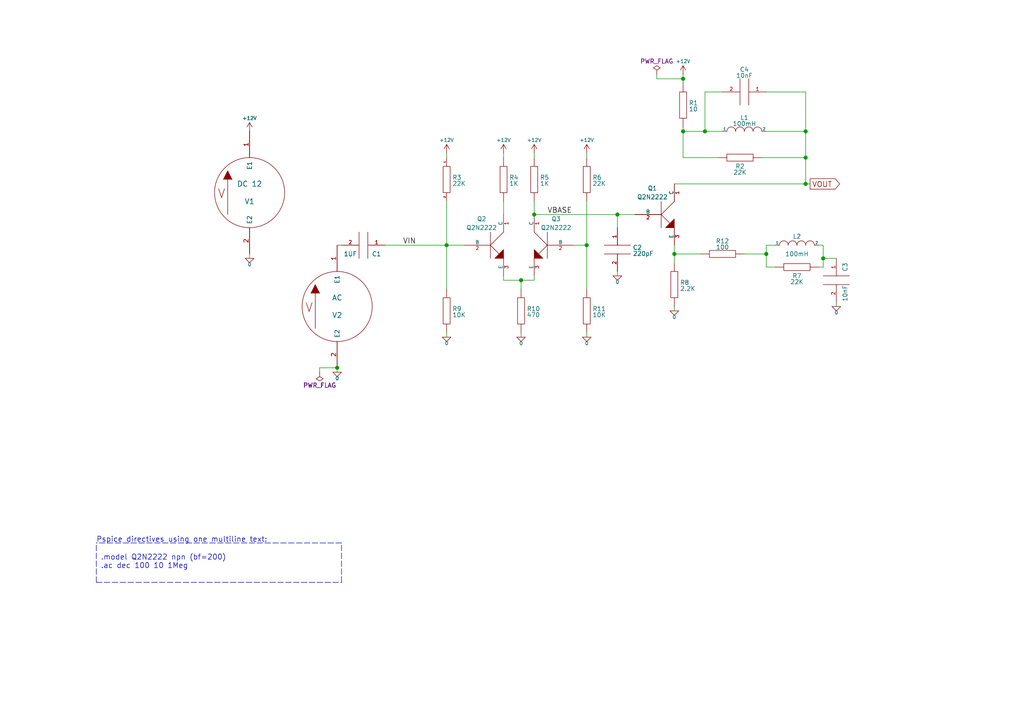
<source format=kicad_sch>
(kicad_sch (version 20230121) (generator eeschema)

  (uuid a4349b77-fc13-4b06-b73d-e811f055a7b6)

  (paper "A4")

  (title_block
    (date "Sun 22 Mar 2015")
  )

  (lib_symbols
    (symbol "R_1" (pin_names (offset 0) hide) (in_bom yes) (on_board yes)
      (property "Reference" "R" (at 2.032 0 90)
        (effects (font (size 1.27 1.27)))
      )
      (property "Value" "R_1" (at 0 0 90)
        (effects (font (size 1.27 1.27)))
      )
      (property "Footprint" "" (at 0 0 0)
        (effects (font (size 1.27 1.27)))
      )
      (property "Datasheet" "" (at 0 0 0)
        (effects (font (size 1.27 1.27)))
      )
      (property "ki_keywords" "R DEV" (at 0 0 0)
        (effects (font (size 1.27 1.27)) hide)
      )
      (property "ki_description" "Resistance" (at 0 0 0)
        (effects (font (size 1.27 1.27)) hide)
      )
      (symbol "R_1_0_1"
        (rectangle (start -1.016 3.81) (end 1.016 -3.81)
          (stroke (width 0) (type default))
          (fill (type none))
        )
      )
      (symbol "R_1_1_1"
        (pin passive line (at 0 6.35 270) (length 2.54)
          (name "1" (effects (font (size 0.508 0.508))))
          (number "1" (effects (font (size 0.508 0.508))))
        )
        (pin passive line (at 0 -6.35 90) (length 2.54)
          (name "2" (effects (font (size 0.508 0.508))))
          (number "2" (effects (font (size 0.508 0.508))))
        )
      )
    )
    (symbol "schematic_libspice:+12V" (power) (pin_names (offset 0)) (in_bom yes) (on_board yes)
      (property "Reference" "#PWR" (at 0 -3.81 0)
        (effects (font (size 1.27 1.27)) hide)
      )
      (property "Value" "+12V" (at 0 3.556 0)
        (effects (font (size 1.27 1.27)))
      )
      (property "Footprint" "" (at 0 0 0)
        (effects (font (size 1.27 1.27)) hide)
      )
      (property "Datasheet" "" (at 0 0 0)
        (effects (font (size 1.27 1.27)) hide)
      )
      (property "ki_keywords" "Power Flag Symbol" (at 0 0 0)
        (effects (font (size 1.27 1.27)) hide)
      )
      (property "ki_description" "power-flag symbol" (at 0 0 0)
        (effects (font (size 1.27 1.27)) hide)
      )
      (symbol "+12V_0_1"
        (polyline
          (pts
            (xy -0.762 1.27)
            (xy 0 2.54)
          )
          (stroke (width 0) (type default))
          (fill (type none))
        )
        (polyline
          (pts
            (xy 0 0)
            (xy 0 2.54)
          )
          (stroke (width 0) (type default))
          (fill (type none))
        )
        (polyline
          (pts
            (xy 0 2.54)
            (xy 0.762 1.27)
          )
          (stroke (width 0) (type default))
          (fill (type none))
        )
      )
      (symbol "+12V_1_1"
        (pin power_in line (at 0 0 90) (length 0) hide
          (name "+12V" (effects (font (size 1.27 1.27))))
          (number "1" (effects (font (size 1.27 1.27))))
        )
      )
    )
    (symbol "schematic_libspice:0" (power) (pin_names (offset 0)) (in_bom yes) (on_board yes)
      (property "Reference" "#GND" (at 0 -2.54 0)
        (effects (font (size 1.27 1.27)) hide)
      )
      (property "Value" "0" (at 0 -1.778 0)
        (effects (font (size 1.27 1.27)))
      )
      (property "Footprint" "" (at 0 0 0)
        (effects (font (size 1.27 1.27)))
      )
      (property "Datasheet" "" (at 0 0 0)
        (effects (font (size 1.27 1.27)))
      )
      (symbol "0_0_1"
        (polyline
          (pts
            (xy -1.27 0)
            (xy 0 -1.27)
            (xy 1.27 0)
            (xy -1.27 0)
          )
          (stroke (width 0) (type default))
          (fill (type none))
        )
      )
      (symbol "0_1_1"
        (pin power_in line (at 0 0 0) (length 0) hide
          (name "0" (effects (font (size 1.016 1.016))))
          (number "1" (effects (font (size 1.016 1.016))))
        )
      )
    )
    (symbol "schematic_libspice:C" (pin_names (offset 0.254)) (in_bom yes) (on_board yes)
      (property "Reference" "C" (at 2.54 3.81 90)
        (effects (font (size 1.27 1.27)))
      )
      (property "Value" "C" (at 2.54 -3.81 90)
        (effects (font (size 1.27 1.27)))
      )
      (property "Footprint" "" (at 0 0 0)
        (effects (font (size 1.27 1.27)))
      )
      (property "Datasheet" "" (at 0 0 0)
        (effects (font (size 1.27 1.27)))
      )
      (symbol "C_0_1"
        (polyline
          (pts
            (xy -3.81 -1.27)
            (xy 3.81 -1.27)
          )
          (stroke (width 0) (type default))
          (fill (type none))
        )
        (polyline
          (pts
            (xy -3.81 1.27)
            (xy 3.81 1.27)
          )
          (stroke (width 0) (type default))
          (fill (type none))
        )
      )
      (symbol "C_1_1"
        (pin passive line (at 0 6.35 270) (length 5.08)
          (name "~" (effects (font (size 1.016 1.016))))
          (number "1" (effects (font (size 1.016 1.016))))
        )
        (pin passive line (at 0 -6.35 90) (length 5.08)
          (name "~" (effects (font (size 1.016 1.016))))
          (number "2" (effects (font (size 1.016 1.016))))
        )
      )
    )
    (symbol "schematic_libspice:CAP" (pin_names (offset 0.254)) (in_bom yes) (on_board yes)
      (property "Reference" "C" (at 2.54 3.81 90)
        (effects (font (size 1.27 1.27)))
      )
      (property "Value" "CAP" (at 2.54 -3.81 90)
        (effects (font (size 1.27 1.27)))
      )
      (property "Footprint" "" (at 0 0 0)
        (effects (font (size 1.27 1.27)))
      )
      (property "Datasheet" "" (at 0 0 0)
        (effects (font (size 1.27 1.27)))
      )
      (symbol "CAP_0_1"
        (polyline
          (pts
            (xy -3.81 -1.27)
            (xy 3.81 -1.27)
          )
          (stroke (width 0) (type default))
          (fill (type none))
        )
        (polyline
          (pts
            (xy -3.81 1.27)
            (xy 3.81 1.27)
          )
          (stroke (width 0) (type default))
          (fill (type none))
        )
      )
      (symbol "CAP_1_1"
        (pin passive line (at 0 6.35 270) (length 5.08)
          (name "~" (effects (font (size 1.016 1.016))))
          (number "1" (effects (font (size 1.016 1.016))))
        )
        (pin passive line (at 0 -6.35 90) (length 5.08)
          (name "~" (effects (font (size 1.016 1.016))))
          (number "2" (effects (font (size 1.016 1.016))))
        )
      )
    )
    (symbol "schematic_libspice:INDUCTOR" (pin_numbers hide) (pin_names (offset 0)) (in_bom yes) (on_board yes)
      (property "Reference" "L" (at 0 2.54 0)
        (effects (font (size 1.27 1.27)))
      )
      (property "Value" "INDUCTOR" (at 0 -1.27 0)
        (effects (font (size 1.27 1.27)))
      )
      (property "Footprint" "" (at 0 0 0)
        (effects (font (size 1.27 1.27)))
      )
      (property "Datasheet" "" (at 0 0 0)
        (effects (font (size 1.27 1.27)))
      )
      (symbol "INDUCTOR_0_1"
        (arc (start -2.54 0) (mid -3.81 1.2645) (end -5.08 0)
          (stroke (width 0) (type default))
          (fill (type none))
        )
        (arc (start 0 0) (mid -1.27 1.2645) (end -2.54 0)
          (stroke (width 0) (type default))
          (fill (type none))
        )
        (arc (start 2.54 0) (mid 1.27 1.2645) (end 0 0)
          (stroke (width 0) (type default))
          (fill (type none))
        )
        (arc (start 5.08 0) (mid 3.81 1.2645) (end 2.54 0)
          (stroke (width 0) (type default))
          (fill (type none))
        )
      )
      (symbol "INDUCTOR_1_1"
        (pin input line (at -6.35 0 0) (length 1.27)
          (name "1" (effects (font (size 0.762 0.762))))
          (number "1" (effects (font (size 0.762 0.762))))
        )
        (pin input line (at 6.35 0 180) (length 1.27)
          (name "2" (effects (font (size 0.762 0.762))))
          (number "2" (effects (font (size 0.762 0.762))))
        )
      )
    )
    (symbol "schematic_libspice:PWR_FLAG" (power) (pin_numbers hide) (pin_names (offset 0) hide) (in_bom yes) (on_board yes)
      (property "Reference" "#FLG" (at 0 1.905 0)
        (effects (font (size 1.27 1.27)) hide)
      )
      (property "Value" "PWR_FLAG" (at 0 3.81 0)
        (effects (font (size 1.016 1.016)))
      )
      (property "Footprint" "" (at 0 0 0)
        (effects (font (size 1.27 1.27)) hide)
      )
      (property "Datasheet" "" (at 0 0 0)
        (effects (font (size 1.27 1.27)) hide)
      )
      (property "ki_keywords" "Power Flag Symbol" (at 0 0 0)
        (effects (font (size 1.27 1.27)) hide)
      )
      (property "ki_description" "general power-flag symbol" (at 0 0 0)
        (effects (font (size 1.27 1.27)) hide)
      )
      (symbol "PWR_FLAG_0_0"
        (pin power_out line (at 0 0 90) (length 0)
          (name "pwr" (effects (font (size 1.27 1.27))))
          (number "1" (effects (font (size 1.27 1.27))))
        )
      )
      (symbol "PWR_FLAG_0_1"
        (polyline
          (pts
            (xy 0 0)
            (xy 0 1.27)
            (xy -1.016 1.905)
            (xy 0 2.54)
            (xy 1.016 1.905)
            (xy 0 1.27)
          )
          (stroke (width 0) (type default))
          (fill (type none))
        )
      )
    )
    (symbol "schematic_libspice:QNPN" (pin_names (offset 0)) (in_bom yes) (on_board yes)
      (property "Reference" "Q" (at -2.54 7.62 0)
        (effects (font (size 1.27 1.27)))
      )
      (property "Value" "QNPN" (at -2.54 5.08 0)
        (effects (font (size 1.27 1.27)))
      )
      (property "Footprint" "" (at 0 0 0)
        (effects (font (size 1.27 1.27)))
      )
      (property "Datasheet" "" (at 0 0 0)
        (effects (font (size 1.27 1.27)))
      )
      (symbol "QNPN_0_0"
        (polyline
          (pts
            (xy 0 0)
            (xy 3.81 -3.81)
          )
          (stroke (width 0) (type default))
          (fill (type none))
        )
        (polyline
          (pts
            (xy 3.81 -3.81)
            (xy 3.81 -1.27)
            (xy 1.27 -3.81)
            (xy 3.81 -3.81)
          )
          (stroke (width 0) (type default))
          (fill (type outline))
        )
      )
      (symbol "QNPN_0_1"
        (polyline
          (pts
            (xy 0 -3.81)
            (xy 0 3.81)
          )
          (stroke (width 0) (type default))
          (fill (type none))
        )
        (polyline
          (pts
            (xy 0 0)
            (xy 3.81 3.81)
          )
          (stroke (width 0) (type default))
          (fill (type none))
        )
      )
      (symbol "QNPN_1_1"
        (pin passive line (at 3.81 8.89 270) (length 5.08)
          (name "C" (effects (font (size 1.016 1.016))))
          (number "1" (effects (font (size 1.016 1.016))))
        )
        (pin input line (at -7.62 0 0) (length 7.62)
          (name "B" (effects (font (size 1.016 1.016))))
          (number "2" (effects (font (size 1.016 1.016))))
        )
        (pin passive line (at 3.81 -8.89 90) (length 5.08)
          (name "E" (effects (font (size 1.016 1.016))))
          (number "3" (effects (font (size 1.016 1.016))))
        )
      )
    )
    (symbol "schematic_libspice:R" (pin_numbers hide) (pin_names (offset 0)) (in_bom yes) (on_board yes)
      (property "Reference" "R" (at 2.032 0 90)
        (effects (font (size 1.27 1.27)))
      )
      (property "Value" "R" (at 0 0 90)
        (effects (font (size 1.27 1.27)))
      )
      (property "Footprint" "" (at 0 0 0)
        (effects (font (size 1.27 1.27)))
      )
      (property "Datasheet" "" (at 0 0 0)
        (effects (font (size 1.27 1.27)))
      )
      (property "ki_keywords" "R DEV" (at 0 0 0)
        (effects (font (size 1.27 1.27)) hide)
      )
      (property "ki_description" "Resistance" (at 0 0 0)
        (effects (font (size 1.27 1.27)) hide)
      )
      (symbol "R_0_1"
        (rectangle (start -1.016 3.81) (end 1.016 -3.81)
          (stroke (width 0) (type default))
          (fill (type none))
        )
      )
      (symbol "R_1_1"
        (pin passive line (at 0 6.35 270) (length 2.54)
          (name "~" (effects (font (size 1.27 1.27))))
          (number "1" (effects (font (size 1.27 1.27))))
        )
        (pin passive line (at 0 -6.35 90) (length 2.54)
          (name "~" (effects (font (size 1.27 1.27))))
          (number "2" (effects (font (size 1.27 1.27))))
        )
      )
    )
    (symbol "schematic_libspice:VSOURCE" (pin_names (offset 1.016)) (in_bom yes) (on_board yes)
      (property "Reference" "V" (at 0 -2.54 0)
        (effects (font (size 1.27 1.27)))
      )
      (property "Value" "VSOURCE" (at 0 2.54 0)
        (effects (font (size 1.27 1.27)))
      )
      (property "Footprint" "" (at 0 0 0)
        (effects (font (size 1.27 1.27)))
      )
      (property "Datasheet" "" (at 0 0 0)
        (effects (font (size 1.27 1.27)))
      )
      (symbol "VSOURCE_0_1"
        (polyline
          (pts
            (xy -6.35 -6.35)
            (xy -6.35 3.81)
          )
          (stroke (width 0) (type default))
          (fill (type outline))
        )
        (polyline
          (pts
            (xy -7.62 3.81)
            (xy -6.35 6.35)
            (xy -5.08 3.81)
          )
          (stroke (width 0) (type default))
          (fill (type outline))
        )
        (circle (center 0 0) (radius 10.16)
          (stroke (width 0) (type default))
          (fill (type none))
        )
        (text "V" (at -8.128 -0.254 0)
          (effects (font (size 2.54 2.54)))
        )
      )
      (symbol "VSOURCE_1_1"
        (pin input line (at 0 17.78 270) (length 7.62)
          (name "E1" (effects (font (size 1.27 1.27))))
          (number "1" (effects (font (size 1.27 1.27))))
        )
        (pin input line (at 0 -17.78 90) (length 7.62)
          (name "E2" (effects (font (size 1.27 1.27))))
          (number "2" (effects (font (size 1.27 1.27))))
        )
      )
    )
  )

  (junction (at 198.12 38.1) (diameter 1.016) (color 0 0 0 0)
    (uuid 0edf6470-549b-44ec-8580-aed26e3895a4)
  )
  (junction (at 154.94 62.23) (diameter 1.016) (color 0 0 0 0)
    (uuid 183b69a4-71df-426f-98fe-7e14f568abeb)
  )
  (junction (at 233.68 45.72) (diameter 1.016) (color 0 0 0 0)
    (uuid 1d07f4d9-d312-4a6e-9414-0414dd779fae)
  )
  (junction (at 170.18 71.12) (diameter 1.016) (color 0 0 0 0)
    (uuid 22750f8f-2937-49d7-a5f7-8ccfd3f8fcae)
  )
  (junction (at 179.07 62.23) (diameter 1.016) (color 0 0 0 0)
    (uuid 22d9505d-cda6-4ca1-a3b0-e506fec97360)
  )
  (junction (at 151.13 81.28) (diameter 1.016) (color 0 0 0 0)
    (uuid 35ad89ad-a76b-4825-8765-a856575785a6)
  )
  (junction (at 97.79 106.68) (diameter 1.016) (color 0 0 0 0)
    (uuid 449e6f51-8401-495c-81b5-a85b99a008cd)
  )
  (junction (at 195.58 73.66) (diameter 1.016) (color 0 0 0 0)
    (uuid 6540045c-2443-4539-aa01-1a6ac32d4406)
  )
  (junction (at 238.76 74.93) (diameter 1.016) (color 0 0 0 0)
    (uuid 67e920fc-ea7e-4b44-aa3c-c4246715154b)
  )
  (junction (at 198.12 22.86) (diameter 1.016) (color 0 0 0 0)
    (uuid 6de461b9-d926-4cf7-9cdf-2c08c8e357c5)
  )
  (junction (at 233.68 38.1) (diameter 1.016) (color 0 0 0 0)
    (uuid 7002dbe4-4a90-4883-a83e-6a98dd9cd991)
  )
  (junction (at 233.68 53.34) (diameter 1.016) (color 0 0 0 0)
    (uuid 71781fcd-35bb-4d20-97a7-ac29306b71bb)
  )
  (junction (at 204.47 38.1) (diameter 1.016) (color 0 0 0 0)
    (uuid 8a07bb01-76be-4896-907b-af1aab974231)
  )
  (junction (at 129.54 71.12) (diameter 1.016) (color 0 0 0 0)
    (uuid 8cbc3e9b-292e-4738-9f02-af9406c286d5)
  )
  (junction (at 222.25 73.66) (diameter 1.016) (color 0 0 0 0)
    (uuid efa2d73f-a5e0-44c0-a359-ea97fc8fe856)
  )

  (wire (pts (xy 72.39 73.66) (xy 72.39 74.93))
    (stroke (width 0) (type solid))
    (uuid 071196ed-da27-476a-a0cf-3f333ddfd057)
  )
  (wire (pts (xy 179.07 62.23) (xy 184.15 62.23))
    (stroke (width 0) (type solid))
    (uuid 09bebe20-6451-4669-930b-103dc0b2dba7)
  )
  (wire (pts (xy 222.25 71.12) (xy 222.25 73.66))
    (stroke (width 0) (type solid))
    (uuid 0a9580d0-fb1d-493f-8418-362377bd6c27)
  )
  (wire (pts (xy 170.18 97.79) (xy 170.18 96.52))
    (stroke (width 0) (type solid))
    (uuid 0e50f3ba-e5cc-4d6b-b8e3-78f02877acdf)
  )
  (wire (pts (xy 198.12 21.59) (xy 198.12 22.86))
    (stroke (width 0) (type solid))
    (uuid 10b3fb20-f1b1-41e1-bc98-d8baf6bdfbf7)
  )
  (wire (pts (xy 170.18 58.42) (xy 170.18 71.12))
    (stroke (width 0) (type solid))
    (uuid 13fe4cc2-4713-4347-9b0a-871a110c08a0)
  )
  (wire (pts (xy 203.2 73.66) (xy 195.58 73.66))
    (stroke (width 0) (type solid))
    (uuid 159502ba-ba35-4215-adec-cbc57b77a603)
  )
  (wire (pts (xy 195.58 53.34) (xy 233.68 53.34))
    (stroke (width 0) (type solid))
    (uuid 15cdf902-fcf7-4d94-81fd-fe0d44e72b0a)
  )
  (wire (pts (xy 129.54 96.52) (xy 129.54 97.79))
    (stroke (width 0) (type solid))
    (uuid 19ce079a-4c44-4644-b081-7350c3495124)
  )
  (wire (pts (xy 209.55 26.67) (xy 204.47 26.67))
    (stroke (width 0) (type solid))
    (uuid 1cdc01c2-befd-471e-8b57-cdc9df67de88)
  )
  (wire (pts (xy 198.12 38.1) (xy 204.47 38.1))
    (stroke (width 0) (type solid))
    (uuid 1ec5926f-5b51-4547-a7ec-ec7ed2be78ff)
  )
  (wire (pts (xy 198.12 38.1) (xy 198.12 45.72))
    (stroke (width 0) (type solid))
    (uuid 26a03db4-b059-4949-b9f1-8c63144d6f3b)
  )
  (wire (pts (xy 233.68 38.1) (xy 233.68 45.72))
    (stroke (width 0) (type solid))
    (uuid 27bfd999-856a-497e-a936-d36ce0ecf13d)
  )
  (wire (pts (xy 222.25 73.66) (xy 222.25 77.47))
    (stroke (width 0) (type solid))
    (uuid 2a7e384c-184c-4628-9590-707e283287c6)
  )
  (wire (pts (xy 238.76 77.47) (xy 237.49 77.47))
    (stroke (width 0) (type solid))
    (uuid 2c0b3dd4-4daf-4853-95db-20c17416783f)
  )
  (polyline (pts (xy 99.06 168.91) (xy 99.06 157.48))
    (stroke (width 0) (type dash))
    (uuid 2e31f3a3-23f8-436c-9fb5-14bc2bf079dd)
  )

  (wire (pts (xy 97.79 106.68) (xy 97.79 107.95))
    (stroke (width 0) (type solid))
    (uuid 2ff59997-dc99-4f9e-b240-027ee32648f7)
  )
  (wire (pts (xy 233.68 45.72) (xy 233.68 53.34))
    (stroke (width 0) (type solid))
    (uuid 37af9d9d-d86e-44fc-98ef-766e8173dea6)
  )
  (wire (pts (xy 97.79 106.68) (xy 92.71 106.68))
    (stroke (width 0) (type solid))
    (uuid 426ad71a-f537-4340-9d17-bd6976ea42cb)
  )
  (wire (pts (xy 242.57 88.9) (xy 242.57 87.63))
    (stroke (width 0) (type solid))
    (uuid 5074d293-d86d-4407-bb3a-708ce04125b6)
  )
  (wire (pts (xy 154.94 44.45) (xy 154.94 45.72))
    (stroke (width 0) (type solid))
    (uuid 52d2bcba-3657-42da-9d11-dc00adcfd0d3)
  )
  (wire (pts (xy 151.13 81.28) (xy 154.94 81.28))
    (stroke (width 0) (type solid))
    (uuid 52f8accb-4789-4357-96dc-45bd561d3c02)
  )
  (wire (pts (xy 146.05 81.28) (xy 151.13 81.28))
    (stroke (width 0) (type solid))
    (uuid 53963efc-60de-45d6-bb9b-93593840202d)
  )
  (wire (pts (xy 170.18 71.12) (xy 170.18 83.82))
    (stroke (width 0) (type solid))
    (uuid 5646c709-63d8-410d-92fe-a8fd34175e64)
  )
  (wire (pts (xy 215.9 73.66) (xy 222.25 73.66))
    (stroke (width 0) (type solid))
    (uuid 59b6b2e3-00a7-424d-a0eb-79c6d3d57be8)
  )
  (wire (pts (xy 204.47 38.1) (xy 209.55 38.1))
    (stroke (width 0) (type solid))
    (uuid 59bd3a54-91fe-4263-a0b2-81bf575707e3)
  )
  (wire (pts (xy 195.58 90.17) (xy 195.58 88.9))
    (stroke (width 0) (type solid))
    (uuid 5b7f89ab-b381-407e-b6c0-fc629dbd5d7b)
  )
  (wire (pts (xy 198.12 22.86) (xy 190.5 22.86))
    (stroke (width 0) (type solid))
    (uuid 5bbfe2bd-e027-4468-a075-692ad4873bd8)
  )
  (wire (pts (xy 154.94 81.28) (xy 154.94 80.01))
    (stroke (width 0) (type solid))
    (uuid 5bdf9160-bb4d-49f7-b6a3-8547979f467b)
  )
  (wire (pts (xy 198.12 22.86) (xy 198.12 24.13))
    (stroke (width 0) (type solid))
    (uuid 5be36789-f7a0-4fdf-8e4d-51a97723f2a8)
  )
  (wire (pts (xy 222.25 26.67) (xy 233.68 26.67))
    (stroke (width 0) (type solid))
    (uuid 64ad3867-9129-4101-b945-1b67e3c20007)
  )
  (wire (pts (xy 195.58 71.12) (xy 195.58 73.66))
    (stroke (width 0) (type solid))
    (uuid 64c85fcd-8a67-490e-a107-403b9c72f66d)
  )
  (wire (pts (xy 99.06 71.12) (xy 97.79 71.12))
    (stroke (width 0) (type solid))
    (uuid 67ca520c-b1f7-4ec4-aeed-eef936981578)
  )
  (wire (pts (xy 151.13 81.28) (xy 151.13 83.82))
    (stroke (width 0) (type solid))
    (uuid 6e1bf9e2-bb2f-4c1f-8fdb-721f4668854f)
  )
  (wire (pts (xy 222.25 77.47) (xy 224.79 77.47))
    (stroke (width 0) (type solid))
    (uuid 751438cf-fa1b-432b-aa2c-784b3f67336b)
  )
  (wire (pts (xy 92.71 106.68) (xy 92.71 107.95))
    (stroke (width 0) (type solid))
    (uuid 7fc661e7-01ba-4f88-9114-d133e8f16294)
  )
  (polyline (pts (xy 99.06 157.48) (xy 27.94 157.48))
    (stroke (width 0) (type dash))
    (uuid 8cde6390-70af-47c6-9b19-869ffd9efef2)
  )

  (wire (pts (xy 237.49 71.12) (xy 238.76 71.12))
    (stroke (width 0) (type solid))
    (uuid 942325ec-633f-48d4-b3d3-1e46a05f980e)
  )
  (wire (pts (xy 129.54 71.12) (xy 129.54 83.82))
    (stroke (width 0) (type solid))
    (uuid 967b0626-97a8-44ae-beb9-81dad09187c1)
  )
  (wire (pts (xy 233.68 38.1) (xy 222.25 38.1))
    (stroke (width 0) (type solid))
    (uuid 97781c41-7f58-4dc8-94a8-008f88be770f)
  )
  (wire (pts (xy 190.5 22.86) (xy 190.5 21.59))
    (stroke (width 0) (type solid))
    (uuid 9f7315bf-8633-4c29-9446-76d27ad7a29c)
  )
  (wire (pts (xy 111.76 71.12) (xy 129.54 71.12))
    (stroke (width 0) (type solid))
    (uuid a3e3cef2-4a3e-4e83-bc7e-bd16ec34782d)
  )
  (wire (pts (xy 195.58 73.66) (xy 195.58 76.2))
    (stroke (width 0) (type solid))
    (uuid a6af4aa0-3b72-4a54-a061-21e658ddd145)
  )
  (wire (pts (xy 170.18 44.45) (xy 170.18 45.72))
    (stroke (width 0) (type solid))
    (uuid acf74d69-0dc8-4169-8b3f-fc0f4a02302d)
  )
  (wire (pts (xy 151.13 96.52) (xy 151.13 97.79))
    (stroke (width 0) (type solid))
    (uuid afb8f4ab-61a7-4a8e-b661-88e8cf32bddd)
  )
  (wire (pts (xy 146.05 62.23) (xy 146.05 58.42))
    (stroke (width 0) (type solid))
    (uuid b2eeea1f-a252-4dec-a257-bb206037aa47)
  )
  (wire (pts (xy 238.76 71.12) (xy 238.76 74.93))
    (stroke (width 0) (type solid))
    (uuid be59c4b2-2c26-40b4-9a85-be3ad43fa4f8)
  )
  (polyline (pts (xy 27.94 168.91) (xy 99.06 168.91))
    (stroke (width 0) (type dash))
    (uuid c5feda4c-00be-4d64-9b5d-f8c1cb992dd6)
  )

  (wire (pts (xy 233.68 45.72) (xy 220.98 45.72))
    (stroke (width 0) (type solid))
    (uuid c91305b5-4574-4571-9eed-e12137b78fac)
  )
  (wire (pts (xy 146.05 80.01) (xy 146.05 81.28))
    (stroke (width 0) (type solid))
    (uuid c9a49b89-3193-499c-886c-7e8ce528bbf0)
  )
  (wire (pts (xy 179.07 66.04) (xy 179.07 62.23))
    (stroke (width 0) (type solid))
    (uuid cb268c38-5321-4c14-a843-72ee2b7e122d)
  )
  (wire (pts (xy 233.68 26.67) (xy 233.68 38.1))
    (stroke (width 0) (type solid))
    (uuid d016cecd-179b-4847-a6b2-345ef9666e54)
  )
  (wire (pts (xy 204.47 26.67) (xy 204.47 38.1))
    (stroke (width 0) (type solid))
    (uuid d82ad9ed-1be3-4f15-9e85-d0e07c513f48)
  )
  (wire (pts (xy 233.68 53.34) (xy 234.95 53.34))
    (stroke (width 0) (type solid))
    (uuid dc007b6d-b1b4-4de4-aded-dc1af4ed1aea)
  )
  (wire (pts (xy 154.94 62.23) (xy 154.94 58.42))
    (stroke (width 0) (type solid))
    (uuid dcea6893-7252-4648-8059-110744638814)
  )
  (polyline (pts (xy 27.94 168.91) (xy 27.94 157.48))
    (stroke (width 0) (type dash))
    (uuid de0ef60a-2131-4d37-a124-3fbc0cb90c9a)
  )

  (wire (pts (xy 198.12 45.72) (xy 208.28 45.72))
    (stroke (width 0) (type solid))
    (uuid de388234-29ba-4a59-8aba-fc793b637ef9)
  )
  (wire (pts (xy 224.79 71.12) (xy 222.25 71.12))
    (stroke (width 0) (type solid))
    (uuid e41dd035-c55c-4a8a-8a3e-53e163aba3ee)
  )
  (wire (pts (xy 179.07 80.01) (xy 179.07 78.74))
    (stroke (width 0) (type solid))
    (uuid e5557d20-c7f8-4ae0-b970-bdd6c69b4760)
  )
  (wire (pts (xy 129.54 58.42) (xy 129.54 71.12))
    (stroke (width 0) (type solid))
    (uuid e70019d3-fef6-4041-8a1f-034b6debb72a)
  )
  (wire (pts (xy 146.05 44.45) (xy 146.05 45.72))
    (stroke (width 0) (type solid))
    (uuid ebc1e184-b44c-472c-9cbc-7f98641622bc)
  )
  (wire (pts (xy 166.37 71.12) (xy 170.18 71.12))
    (stroke (width 0) (type solid))
    (uuid ecfb912b-04c8-4fdf-a910-29d26a062b50)
  )
  (wire (pts (xy 198.12 36.83) (xy 198.12 38.1))
    (stroke (width 0) (type solid))
    (uuid f0490cbd-9640-4071-b6e9-2d45943c5cd9)
  )
  (wire (pts (xy 238.76 74.93) (xy 242.57 74.93))
    (stroke (width 0) (type solid))
    (uuid f48b2d93-8bc4-48a9-9657-b502b0b3d326)
  )
  (wire (pts (xy 154.94 62.23) (xy 179.07 62.23))
    (stroke (width 0) (type solid))
    (uuid f5f5ec59-2fa0-45c7-b03d-657acffa84d5)
  )
  (wire (pts (xy 238.76 74.93) (xy 238.76 77.47))
    (stroke (width 0) (type solid))
    (uuid f6832478-3bab-4e3a-97f3-4fdfc6decb3d)
  )
  (wire (pts (xy 129.54 71.12) (xy 134.62 71.12))
    (stroke (width 0) (type solid))
    (uuid f848fc76-581c-4ec1-a9b4-2e9145300d0e)
  )
  (wire (pts (xy 129.54 44.45) (xy 129.54 45.72))
    (stroke (width 0) (type solid))
    (uuid faf25f99-bd42-4fd9-803e-8b56942c3a46)
  )

  (text "Pspice directives using one multiline text:" (at 27.94 157.48 0)
    (effects (font (size 1.524 1.524)) (justify left bottom))
    (uuid 0ddada8a-70ea-40ec-85b3-fe06299d60b4)
  )
  (text ".model Q2N2222 npn (bf=200)\n.ac dec 100 10 1Meg\n" (at 29.21 165.1 0)
    (effects (font (size 1.524 1.524)) (justify left bottom))
    (uuid 3f1c85ee-fda3-40b1-bed1-9da936a0795e)
  )

  (label "VBASE" (at 158.75 62.23 0) (fields_autoplaced)
    (effects (font (size 1.524 1.524)) (justify left bottom))
    (uuid 0b1936f2-8ed8-4e2f-a111-c7c832361c5d)
  )
  (label "VIN" (at 116.84 71.12 0) (fields_autoplaced)
    (effects (font (size 1.524 1.524)) (justify left bottom))
    (uuid 19c72826-abeb-464e-ace6-d9728a71405b)
  )

  (global_label "VOUT" (shape output) (at 234.95 53.34 0) (fields_autoplaced)
    (effects (font (size 1.524 1.524)) (justify left))
    (uuid e5aefc98-2a36-4b47-b1b3-6340fc8f1986)
    (property "Intersheetrefs" "${INTERSHEET_REFS}" (at 244.2112 53.34 0)
      (effects (font (size 1.27 1.27)) (justify left) hide)
    )
  )

  (symbol (lib_id "schematic_libspice:QNPN") (at 142.24 71.12 0) (unit 1)
    (in_bom yes) (on_board yes) (dnp no)
    (uuid 00000000-0000-0000-0000-000032cfc227)
    (property "Reference" "Q2" (at 139.7 63.5 0)
      (effects (font (size 1.27 1.27)))
    )
    (property "Value" "Q2N2222" (at 139.7 66.04 0)
      (effects (font (size 1.27 1.27)))
    )
    (property "Footprint" "" (at 142.24 71.12 0)
      (effects (font (size 1.524 1.524)) hide)
    )
    (property "Datasheet" "" (at 142.24 71.12 0)
      (effects (font (size 1.524 1.524)) hide)
    )
    (property "Sim.Device" "NPN" (at 142.24 71.12 0)
      (effects (font (size 1.27 1.27)) hide)
    )
    (property "Sim.Pins" "1=C 2=B 3=E" (at 142.24 71.12 0)
      (effects (font (size 1.27 1.27)) hide)
    )
    (pin "1" (uuid 705319b9-8503-42db-9062-d9d138027781))
    (pin "2" (uuid 6d635333-416f-44fc-9c6a-725e30c4e4a4))
    (pin "3" (uuid 3f871b07-9065-408c-96e2-faf4b4625d8d))
    (instances
      (project "pspice"
        (path "/a4349b77-fc13-4b06-b73d-e811f055a7b6"
          (reference "Q2") (unit 1)
        )
      )
    )
  )

  (symbol (lib_id "schematic_libspice:QNPN") (at 158.75 71.12 0) (mirror y) (unit 1)
    (in_bom yes) (on_board yes) (dnp no)
    (uuid 00000000-0000-0000-0000-000032cfc230)
    (property "Reference" "Q3" (at 161.29 63.5 0)
      (effects (font (size 1.27 1.27)))
    )
    (property "Value" "Q2N2222" (at 161.29 66.04 0)
      (effects (font (size 1.27 1.27)))
    )
    (property "Footprint" "" (at 158.75 71.12 0)
      (effects (font (size 1.524 1.524)) hide)
    )
    (property "Datasheet" "" (at 158.75 71.12 0)
      (effects (font (size 1.524 1.524)) hide)
    )
    (property "Sim.Device" "NPN" (at 158.75 71.12 0)
      (effects (font (size 1.27 1.27)) hide)
    )
    (property "Sim.Pins" "1=C 2=B 3=E" (at 158.75 71.12 0)
      (effects (font (size 1.27 1.27)) hide)
    )
    (pin "1" (uuid 36a40cd7-7d50-458e-add7-125f6d732851))
    (pin "2" (uuid 8fba8fca-6e03-4da5-ae6b-292eae8e4d1e))
    (pin "3" (uuid d0b29582-8e9f-4d5c-925a-c265fd09065b))
    (instances
      (project "pspice"
        (path "/a4349b77-fc13-4b06-b73d-e811f055a7b6"
          (reference "Q3") (unit 1)
        )
      )
    )
  )

  (symbol (lib_id "schematic_libspice:R") (at 146.05 52.07 0) (unit 1)
    (in_bom yes) (on_board yes) (dnp no) (fields_autoplaced)
    (uuid 00000000-0000-0000-0000-000032cfc24c)
    (property "Reference" "R4" (at 147.701 51.4755 0)
      (effects (font (size 1.27 1.27)) (justify left))
    )
    (property "Value" "1K" (at 147.701 53.2377 0)
      (effects (font (size 1.27 1.27)) (justify left))
    )
    (property "Footprint" "" (at 146.05 52.07 0)
      (effects (font (size 1.524 1.524)) hide)
    )
    (property "Datasheet" "" (at 146.05 52.07 0)
      (effects (font (size 1.524 1.524)) hide)
    )
    (pin "1" (uuid 7a93175e-d94d-413b-89e0-b6ee49d4119d))
    (pin "2" (uuid 2e42bda8-c2bb-47cc-9ca4-861a6c3b255f))
    (instances
      (project "pspice"
        (path "/a4349b77-fc13-4b06-b73d-e811f055a7b6"
          (reference "R4") (unit 1)
        )
      )
    )
  )

  (symbol (lib_id "schematic_libspice:R") (at 154.94 52.07 0) (unit 1)
    (in_bom yes) (on_board yes) (dnp no) (fields_autoplaced)
    (uuid 00000000-0000-0000-0000-000032cfc254)
    (property "Reference" "R5" (at 156.591 51.4755 0)
      (effects (font (size 1.27 1.27)) (justify left))
    )
    (property "Value" "1K" (at 156.591 53.2377 0)
      (effects (font (size 1.27 1.27)) (justify left))
    )
    (property "Footprint" "" (at 154.94 52.07 0)
      (effects (font (size 1.524 1.524)) hide)
    )
    (property "Datasheet" "" (at 154.94 52.07 0)
      (effects (font (size 1.524 1.524)) hide)
    )
    (pin "1" (uuid b953c171-53cb-47b3-85d4-1f359cb93a7d))
    (pin "2" (uuid 851e5f47-1aec-48ce-945b-aadb0b1c5f79))
    (instances
      (project "pspice"
        (path "/a4349b77-fc13-4b06-b73d-e811f055a7b6"
          (reference "R5") (unit 1)
        )
      )
    )
  )

  (symbol (lib_id "schematic_libspice:R") (at 151.13 90.17 0) (unit 1)
    (in_bom yes) (on_board yes) (dnp no) (fields_autoplaced)
    (uuid 00000000-0000-0000-0000-000032cfc25a)
    (property "Reference" "R10" (at 152.781 89.5755 0)
      (effects (font (size 1.27 1.27)) (justify left))
    )
    (property "Value" "470" (at 152.781 91.3377 0)
      (effects (font (size 1.27 1.27)) (justify left))
    )
    (property "Footprint" "" (at 151.13 90.17 0)
      (effects (font (size 1.524 1.524)) hide)
    )
    (property "Datasheet" "" (at 151.13 90.17 0)
      (effects (font (size 1.524 1.524)) hide)
    )
    (pin "1" (uuid a11ddd68-fa44-4b2e-9303-c8daceb869c3))
    (pin "2" (uuid 74e1b038-20c6-41bd-b20d-6f5f78df1635))
    (instances
      (project "pspice"
        (path "/a4349b77-fc13-4b06-b73d-e811f055a7b6"
          (reference "R10") (unit 1)
        )
      )
    )
  )

  (symbol (lib_id "schematic_libspice:0") (at 151.13 97.79 0) (unit 1)
    (in_bom yes) (on_board yes) (dnp no)
    (uuid 00000000-0000-0000-0000-000032cfc26c)
    (property "Reference" "#GND06" (at 151.13 100.33 0)
      (effects (font (size 1.016 1.016)) hide)
    )
    (property "Value" "0" (at 151.13 99.568 0)
      (effects (font (size 1.016 1.016)))
    )
    (property "Footprint" "" (at 151.13 97.79 0)
      (effects (font (size 1.524 1.524)) hide)
    )
    (property "Datasheet" "" (at 151.13 97.79 0)
      (effects (font (size 1.524 1.524)) hide)
    )
    (pin "1" (uuid 01850e7c-b0d4-46c1-919e-888291aef98d))
    (instances
      (project "pspice"
        (path "/a4349b77-fc13-4b06-b73d-e811f055a7b6"
          (reference "#GND06") (unit 1)
        )
      )
    )
  )

  (symbol (lib_id "schematic_libspice:R") (at 170.18 90.17 0) (unit 1)
    (in_bom yes) (on_board yes) (dnp no) (fields_autoplaced)
    (uuid 00000000-0000-0000-0000-000032cfc277)
    (property "Reference" "R11" (at 171.831 89.5755 0)
      (effects (font (size 1.27 1.27)) (justify left))
    )
    (property "Value" "10K" (at 171.831 91.3377 0)
      (effects (font (size 1.27 1.27)) (justify left))
    )
    (property "Footprint" "" (at 170.18 90.17 0)
      (effects (font (size 1.524 1.524)) hide)
    )
    (property "Datasheet" "" (at 170.18 90.17 0)
      (effects (font (size 1.524 1.524)) hide)
    )
    (pin "1" (uuid f6aabf21-2d58-4cff-bee2-f2b516cdc71d))
    (pin "2" (uuid f545ee34-3e83-40ac-ba00-838c7d71723d))
    (instances
      (project "pspice"
        (path "/a4349b77-fc13-4b06-b73d-e811f055a7b6"
          (reference "R11") (unit 1)
        )
      )
    )
  )

  (symbol (lib_id "schematic_libspice:R") (at 170.18 52.07 0) (unit 1)
    (in_bom yes) (on_board yes) (dnp no) (fields_autoplaced)
    (uuid 00000000-0000-0000-0000-000032cfc27f)
    (property "Reference" "R6" (at 171.831 51.4755 0)
      (effects (font (size 1.27 1.27)) (justify left))
    )
    (property "Value" "22K" (at 171.831 53.2377 0)
      (effects (font (size 1.27 1.27)) (justify left))
    )
    (property "Footprint" "" (at 170.18 52.07 0)
      (effects (font (size 1.524 1.524)) hide)
    )
    (property "Datasheet" "" (at 170.18 52.07 0)
      (effects (font (size 1.524 1.524)) hide)
    )
    (pin "1" (uuid d36159f6-280a-4c12-b78b-d3437ee0f4db))
    (pin "2" (uuid 1a520b54-0f6a-4a4a-9344-e057e81fef99))
    (instances
      (project "pspice"
        (path "/a4349b77-fc13-4b06-b73d-e811f055a7b6"
          (reference "R6") (unit 1)
        )
      )
    )
  )

  (symbol (lib_name "R_1") (lib_id "schematic_libspice:R") (at 129.54 52.07 0) (unit 1)
    (in_bom yes) (on_board yes) (dnp no) (fields_autoplaced)
    (uuid 00000000-0000-0000-0000-000032cfc288)
    (property "Reference" "R3" (at 131.191 51.4755 0)
      (effects (font (size 1.27 1.27)) (justify left))
    )
    (property "Value" "22K" (at 131.191 53.2377 0)
      (effects (font (size 1.27 1.27)) (justify left))
    )
    (property "Footprint" "" (at 129.54 52.07 0)
      (effects (font (size 1.524 1.524)) hide)
    )
    (property "Datasheet" "" (at 129.54 52.07 0)
      (effects (font (size 1.524 1.524)) hide)
    )
    (pin "1" (uuid 60060ce6-2e33-460b-8c5d-c0482b8b6dd6))
    (pin "2" (uuid fafa3e44-a677-4f8b-9987-e9e904317bb9))
    (instances
      (project "pspice"
        (path "/a4349b77-fc13-4b06-b73d-e811f055a7b6"
          (reference "R3") (unit 1)
        )
      )
    )
  )

  (symbol (lib_id "schematic_libspice:R") (at 129.54 90.17 0) (unit 1)
    (in_bom yes) (on_board yes) (dnp no) (fields_autoplaced)
    (uuid 00000000-0000-0000-0000-000032cfc293)
    (property "Reference" "R9" (at 131.191 89.5755 0)
      (effects (font (size 1.27 1.27)) (justify left))
    )
    (property "Value" "10K" (at 131.191 91.3377 0)
      (effects (font (size 1.27 1.27)) (justify left))
    )
    (property "Footprint" "" (at 129.54 90.17 0)
      (effects (font (size 1.524 1.524)) hide)
    )
    (property "Datasheet" "" (at 129.54 90.17 0)
      (effects (font (size 1.524 1.524)) hide)
    )
    (pin "1" (uuid 6c1e77a5-6299-40fb-acbf-502bf10fc41b))
    (pin "2" (uuid 1a08f38e-2c23-4c20-9351-39714f8a5443))
    (instances
      (project "pspice"
        (path "/a4349b77-fc13-4b06-b73d-e811f055a7b6"
          (reference "R9") (unit 1)
        )
      )
    )
  )

  (symbol (lib_id "schematic_libspice:0") (at 129.54 97.79 0) (unit 1)
    (in_bom yes) (on_board yes) (dnp no)
    (uuid 00000000-0000-0000-0000-000032cfc2b5)
    (property "Reference" "#GND05" (at 129.54 100.33 0)
      (effects (font (size 1.016 1.016)) hide)
    )
    (property "Value" "0" (at 129.54 99.568 0)
      (effects (font (size 1.016 1.016)))
    )
    (property "Footprint" "" (at 129.54 97.79 0)
      (effects (font (size 1.524 1.524)) hide)
    )
    (property "Datasheet" "" (at 129.54 97.79 0)
      (effects (font (size 1.524 1.524)) hide)
    )
    (pin "1" (uuid c466d45f-536c-4bb9-bd2a-b4af4ca6011a))
    (instances
      (project "pspice"
        (path "/a4349b77-fc13-4b06-b73d-e811f055a7b6"
          (reference "#GND05") (unit 1)
        )
      )
    )
  )

  (symbol (lib_id "schematic_libspice:0") (at 170.18 97.79 0) (unit 1)
    (in_bom yes) (on_board yes) (dnp no)
    (uuid 00000000-0000-0000-0000-000032cfc2b8)
    (property "Reference" "#GND07" (at 170.18 100.33 0)
      (effects (font (size 1.016 1.016)) hide)
    )
    (property "Value" "0" (at 170.18 99.568 0)
      (effects (font (size 1.016 1.016)))
    )
    (property "Footprint" "" (at 170.18 97.79 0)
      (effects (font (size 1.524 1.524)) hide)
    )
    (property "Datasheet" "" (at 170.18 97.79 0)
      (effects (font (size 1.524 1.524)) hide)
    )
    (pin "1" (uuid 953faa28-8f78-44f7-ab4e-27e62d2189f8))
    (instances
      (project "pspice"
        (path "/a4349b77-fc13-4b06-b73d-e811f055a7b6"
          (reference "#GND07") (unit 1)
        )
      )
    )
  )

  (symbol (lib_id "schematic_libspice:+12V") (at 129.54 44.45 0) (unit 1)
    (in_bom yes) (on_board yes) (dnp no)
    (uuid 00000000-0000-0000-0000-000032cfc2f7)
    (property "Reference" "#+12V03" (at 129.54 39.37 0)
      (effects (font (size 1.016 1.016)) hide)
    )
    (property "Value" "+12V" (at 129.54 40.64 0)
      (effects (font (size 1.016 1.016)))
    )
    (property "Footprint" "" (at 129.54 44.45 0)
      (effects (font (size 1.524 1.524)) hide)
    )
    (property "Datasheet" "" (at 129.54 44.45 0)
      (effects (font (size 1.524 1.524)) hide)
    )
    (pin "1" (uuid 9344cc35-4e54-4c9a-9cf6-dd49bf037b56))
    (instances
      (project "pspice"
        (path "/a4349b77-fc13-4b06-b73d-e811f055a7b6"
          (reference "#+12V03") (unit 1)
        )
      )
    )
  )

  (symbol (lib_id "schematic_libspice:+12V") (at 146.05 44.45 0) (unit 1)
    (in_bom yes) (on_board yes) (dnp no)
    (uuid 00000000-0000-0000-0000-000032cfc2fd)
    (property "Reference" "#+12V04" (at 146.05 39.37 0)
      (effects (font (size 1.016 1.016)) hide)
    )
    (property "Value" "+12V" (at 146.05 40.64 0)
      (effects (font (size 1.016 1.016)))
    )
    (property "Footprint" "" (at 146.05 44.45 0)
      (effects (font (size 1.524 1.524)) hide)
    )
    (property "Datasheet" "" (at 146.05 44.45 0)
      (effects (font (size 1.524 1.524)) hide)
    )
    (pin "1" (uuid 3ba7662e-0223-4126-b8ae-01ff15137ecc))
    (instances
      (project "pspice"
        (path "/a4349b77-fc13-4b06-b73d-e811f055a7b6"
          (reference "#+12V04") (unit 1)
        )
      )
    )
  )

  (symbol (lib_id "schematic_libspice:+12V") (at 154.94 44.45 0) (unit 1)
    (in_bom yes) (on_board yes) (dnp no)
    (uuid 00000000-0000-0000-0000-000032cfc2ff)
    (property "Reference" "#+12V05" (at 154.94 39.37 0)
      (effects (font (size 1.016 1.016)) hide)
    )
    (property "Value" "+12V" (at 154.94 40.64 0)
      (effects (font (size 1.016 1.016)))
    )
    (property "Footprint" "" (at 154.94 44.45 0)
      (effects (font (size 1.524 1.524)) hide)
    )
    (property "Datasheet" "" (at 154.94 44.45 0)
      (effects (font (size 1.524 1.524)) hide)
    )
    (pin "1" (uuid daeaf39d-5480-47cc-8f1a-9bc9d29a96bb))
    (instances
      (project "pspice"
        (path "/a4349b77-fc13-4b06-b73d-e811f055a7b6"
          (reference "#+12V05") (unit 1)
        )
      )
    )
  )

  (symbol (lib_id "schematic_libspice:+12V") (at 170.18 44.45 0) (unit 1)
    (in_bom yes) (on_board yes) (dnp no)
    (uuid 00000000-0000-0000-0000-000032cfc303)
    (property "Reference" "#+12V06" (at 170.18 39.37 0)
      (effects (font (size 1.016 1.016)) hide)
    )
    (property "Value" "+12V" (at 170.18 40.64 0)
      (effects (font (size 1.016 1.016)))
    )
    (property "Footprint" "" (at 170.18 44.45 0)
      (effects (font (size 1.524 1.524)) hide)
    )
    (property "Datasheet" "" (at 170.18 44.45 0)
      (effects (font (size 1.524 1.524)) hide)
    )
    (pin "1" (uuid 01daa9c9-36ed-42c6-a812-70f458508e0a))
    (instances
      (project "pspice"
        (path "/a4349b77-fc13-4b06-b73d-e811f055a7b6"
          (reference "#+12V06") (unit 1)
        )
      )
    )
  )

  (symbol (lib_id "schematic_libspice:VSOURCE") (at 72.39 55.88 0) (unit 1)
    (in_bom yes) (on_board yes) (dnp no)
    (uuid 00000000-0000-0000-0000-000032cfc337)
    (property "Reference" "V1" (at 72.39 58.42 0)
      (effects (font (size 1.524 1.524)))
    )
    (property "Value" "DC 12" (at 72.39 53.34 0)
      (effects (font (size 1.524 1.524)))
    )
    (property "Footprint" "" (at 72.39 55.88 0)
      (effects (font (size 1.524 1.524)) hide)
    )
    (property "Datasheet" "" (at 72.39 55.88 0)
      (effects (font (size 1.524 1.524)) hide)
    )
    (pin "1" (uuid c7380a71-e268-4410-a851-71aa9b97717f))
    (pin "2" (uuid 395ffb0b-5c63-41a4-b6ea-26128a93b28f))
    (instances
      (project "pspice"
        (path "/a4349b77-fc13-4b06-b73d-e811f055a7b6"
          (reference "V1") (unit 1)
        )
      )
    )
  )

  (symbol (lib_id "schematic_libspice:0") (at 72.39 74.93 0) (unit 1)
    (in_bom yes) (on_board yes) (dnp no)
    (uuid 00000000-0000-0000-0000-000032cfc344)
    (property "Reference" "#GND01" (at 72.39 77.47 0)
      (effects (font (size 1.016 1.016)) hide)
    )
    (property "Value" "0" (at 72.39 76.708 0)
      (effects (font (size 1.016 1.016)))
    )
    (property "Footprint" "" (at 72.39 74.93 0)
      (effects (font (size 1.524 1.524)) hide)
    )
    (property "Datasheet" "" (at 72.39 74.93 0)
      (effects (font (size 1.524 1.524)) hide)
    )
    (pin "1" (uuid 5279db28-aeca-4fc9-b2dd-7ef276d13bfc))
    (instances
      (project "pspice"
        (path "/a4349b77-fc13-4b06-b73d-e811f055a7b6"
          (reference "#GND01") (unit 1)
        )
      )
    )
  )

  (symbol (lib_id "schematic_libspice:+12V") (at 72.39 38.1 0) (unit 1)
    (in_bom yes) (on_board yes) (dnp no)
    (uuid 00000000-0000-0000-0000-000032cfc34d)
    (property "Reference" "#+12V02" (at 72.39 33.02 0)
      (effects (font (size 1.016 1.016)) hide)
    )
    (property "Value" "+12V" (at 72.39 34.29 0)
      (effects (font (size 1.016 1.016)))
    )
    (property "Footprint" "" (at 72.39 38.1 0)
      (effects (font (size 1.524 1.524)) hide)
    )
    (property "Datasheet" "" (at 72.39 38.1 0)
      (effects (font (size 1.524 1.524)) hide)
    )
    (pin "1" (uuid 94e8202e-f44c-4b4c-ae0f-ded51f92f19a))
    (instances
      (project "pspice"
        (path "/a4349b77-fc13-4b06-b73d-e811f055a7b6"
          (reference "#+12V02") (unit 1)
        )
      )
    )
  )

  (symbol (lib_id "schematic_libspice:C") (at 105.41 71.12 270) (unit 1)
    (in_bom yes) (on_board yes) (dnp no)
    (uuid 00000000-0000-0000-0000-000032cfc413)
    (property "Reference" "C1" (at 109.22 73.66 90)
      (effects (font (size 1.27 1.27)))
    )
    (property "Value" "1UF" (at 101.6 73.66 90)
      (effects (font (size 1.27 1.27)))
    )
    (property "Footprint" "" (at 105.41 71.12 0)
      (effects (font (size 1.524 1.524)) hide)
    )
    (property "Datasheet" "" (at 105.41 71.12 0)
      (effects (font (size 1.524 1.524)) hide)
    )
    (pin "1" (uuid 17742f54-f0cb-414a-96aa-23908a85bc69))
    (pin "2" (uuid fdbe8020-5706-4a2e-98e4-4f5b7eb30c20))
    (instances
      (project "pspice"
        (path "/a4349b77-fc13-4b06-b73d-e811f055a7b6"
          (reference "C1") (unit 1)
        )
      )
    )
  )

  (symbol (lib_id "schematic_libspice:VSOURCE") (at 97.79 88.9 0) (unit 1)
    (in_bom yes) (on_board yes) (dnp no)
    (uuid 00000000-0000-0000-0000-000032cfc454)
    (property "Reference" "V2" (at 97.79 91.44 0)
      (effects (font (size 1.524 1.524)))
    )
    (property "Value" "AC" (at 97.79 86.36 0)
      (effects (font (size 1.524 1.524)))
    )
    (property "Footprint" "" (at 97.79 88.9 0)
      (effects (font (size 1.524 1.524)) hide)
    )
    (property "Datasheet" "" (at 97.79 88.9 0)
      (effects (font (size 1.524 1.524)) hide)
    )
    (property "Sim.Device" "SPICE" (at 97.79 88.9 0)
      (effects (font (size 1.524 1.524)) hide)
    )
    (property "Sim.Params" "type=\"V\" model=\"dc 0 ac 1\" lib=\"\"" (at 0 0 0)
      (effects (font (size 0 0)) hide)
    )
    (property "Sim.Pins" "1=1 2=2" (at 0 0 0)
      (effects (font (size 0 0)) hide)
    )
    (pin "1" (uuid 8425b0cb-e0e5-4782-bc29-385480732729))
    (pin "2" (uuid ac37aa8e-0a13-4391-9464-5f9ca089b4dd))
    (instances
      (project "pspice"
        (path "/a4349b77-fc13-4b06-b73d-e811f055a7b6"
          (reference "V2") (unit 1)
        )
      )
    )
  )

  (symbol (lib_id "schematic_libspice:0") (at 97.79 107.95 0) (unit 1)
    (in_bom yes) (on_board yes) (dnp no)
    (uuid 00000000-0000-0000-0000-000032cfc469)
    (property "Reference" "#GND08" (at 97.79 110.49 0)
      (effects (font (size 1.016 1.016)) hide)
    )
    (property "Value" "0" (at 97.79 109.728 0)
      (effects (font (size 1.016 1.016)))
    )
    (property "Footprint" "" (at 97.79 107.95 0)
      (effects (font (size 1.524 1.524)) hide)
    )
    (property "Datasheet" "" (at 97.79 107.95 0)
      (effects (font (size 1.524 1.524)) hide)
    )
    (pin "1" (uuid c2c2ac80-c0a3-4170-8e0a-f56ab535ed25))
    (instances
      (project "pspice"
        (path "/a4349b77-fc13-4b06-b73d-e811f055a7b6"
          (reference "#GND08") (unit 1)
        )
      )
    )
  )

  (symbol (lib_id "schematic_libspice:QNPN") (at 191.77 62.23 0) (unit 1)
    (in_bom yes) (on_board yes) (dnp no)
    (uuid 00000000-0000-0000-0000-000032e8b7fc)
    (property "Reference" "Q1" (at 189.23 54.61 0)
      (effects (font (size 1.27 1.27)))
    )
    (property "Value" "Q2N2222" (at 189.23 57.15 0)
      (effects (font (size 1.27 1.27)))
    )
    (property "Footprint" "" (at 191.77 62.23 0)
      (effects (font (size 1.524 1.524)) hide)
    )
    (property "Datasheet" "" (at 191.77 62.23 0)
      (effects (font (size 1.524 1.524)) hide)
    )
    (property "Sim.Device" "NPN" (at 191.77 62.23 0)
      (effects (font (size 1.27 1.27)) hide)
    )
    (property "Sim.Pins" "1=C 2=B 3=E" (at 191.77 62.23 0)
      (effects (font (size 1.27 1.27)) hide)
    )
    (pin "1" (uuid d6abae40-7890-459f-8a50-b5eca82ea2df))
    (pin "2" (uuid 4d560946-efc0-447b-9d34-7c63f0fa87c6))
    (pin "3" (uuid a509d581-7438-4eba-9d3a-281cd39ea394))
    (instances
      (project "pspice"
        (path "/a4349b77-fc13-4b06-b73d-e811f055a7b6"
          (reference "Q1") (unit 1)
        )
      )
    )
  )

  (symbol (lib_id "schematic_libspice:R") (at 195.58 82.55 0) (unit 1)
    (in_bom yes) (on_board yes) (dnp no) (fields_autoplaced)
    (uuid 00000000-0000-0000-0000-000032e8b80e)
    (property "Reference" "R8" (at 197.231 81.9555 0)
      (effects (font (size 1.27 1.27)) (justify left))
    )
    (property "Value" "2.2K" (at 197.231 83.7177 0)
      (effects (font (size 1.27 1.27)) (justify left))
    )
    (property "Footprint" "" (at 195.58 82.55 0)
      (effects (font (size 1.524 1.524)) hide)
    )
    (property "Datasheet" "" (at 195.58 82.55 0)
      (effects (font (size 1.524 1.524)) hide)
    )
    (pin "1" (uuid 86730e95-294f-40a3-9239-70f5cc9c167a))
    (pin "2" (uuid 27991339-795f-400f-918e-d8ee74369746))
    (instances
      (project "pspice"
        (path "/a4349b77-fc13-4b06-b73d-e811f055a7b6"
          (reference "R8") (unit 1)
        )
      )
    )
  )

  (symbol (lib_id "schematic_libspice:+12V") (at 198.12 21.59 0) (unit 1)
    (in_bom yes) (on_board yes) (dnp no)
    (uuid 00000000-0000-0000-0000-000032e8b84a)
    (property "Reference" "#+12V01" (at 198.12 16.51 0)
      (effects (font (size 1.016 1.016)) hide)
    )
    (property "Value" "+12V" (at 198.12 17.78 0)
      (effects (font (size 1.016 1.016)))
    )
    (property "Footprint" "" (at 198.12 21.59 0)
      (effects (font (size 1.524 1.524)) hide)
    )
    (property "Datasheet" "" (at 198.12 21.59 0)
      (effects (font (size 1.524 1.524)) hide)
    )
    (pin "1" (uuid d7492737-e963-4b16-bd67-d972ad10b277))
    (instances
      (project "pspice"
        (path "/a4349b77-fc13-4b06-b73d-e811f055a7b6"
          (reference "#+12V01") (unit 1)
        )
      )
    )
  )

  (symbol (lib_id "schematic_libspice:0") (at 195.58 90.17 0) (unit 1)
    (in_bom yes) (on_board yes) (dnp no)
    (uuid 00000000-0000-0000-0000-000032e8b852)
    (property "Reference" "#GND04" (at 195.58 92.71 0)
      (effects (font (size 1.016 1.016)) hide)
    )
    (property "Value" "0" (at 195.58 91.948 0)
      (effects (font (size 1.016 1.016)))
    )
    (property "Footprint" "" (at 195.58 90.17 0)
      (effects (font (size 1.524 1.524)) hide)
    )
    (property "Datasheet" "" (at 195.58 90.17 0)
      (effects (font (size 1.524 1.524)) hide)
    )
    (pin "1" (uuid d3ff1b58-d39f-4c84-9a5a-d964c97675ac))
    (instances
      (project "pspice"
        (path "/a4349b77-fc13-4b06-b73d-e811f055a7b6"
          (reference "#GND04") (unit 1)
        )
      )
    )
  )

  (symbol (lib_id "schematic_libspice:C") (at 179.07 72.39 0) (unit 1)
    (in_bom yes) (on_board yes) (dnp no) (fields_autoplaced)
    (uuid 00000000-0000-0000-0000-00003e9d1ef8)
    (property "Reference" "C2" (at 183.515 71.7955 0)
      (effects (font (size 1.27 1.27)) (justify left))
    )
    (property "Value" "220pF" (at 183.515 73.5577 0)
      (effects (font (size 1.27 1.27)) (justify left))
    )
    (property "Footprint" "" (at 179.07 72.39 0)
      (effects (font (size 1.524 1.524)) hide)
    )
    (property "Datasheet" "" (at 179.07 72.39 0)
      (effects (font (size 1.524 1.524)) hide)
    )
    (pin "1" (uuid da53b0db-67cd-4ffc-8de8-6fec29c85424))
    (pin "2" (uuid b2dcde2e-7c76-4360-8ad4-07683f4e82d4))
    (instances
      (project "pspice"
        (path "/a4349b77-fc13-4b06-b73d-e811f055a7b6"
          (reference "C2") (unit 1)
        )
      )
    )
  )

  (symbol (lib_id "schematic_libspice:0") (at 179.07 80.01 0) (unit 1)
    (in_bom yes) (on_board yes) (dnp no)
    (uuid 00000000-0000-0000-0000-00003e9d1eff)
    (property "Reference" "#GND02" (at 179.07 82.55 0)
      (effects (font (size 1.016 1.016)) hide)
    )
    (property "Value" "0" (at 179.07 81.788 0)
      (effects (font (size 1.016 1.016)))
    )
    (property "Footprint" "" (at 179.07 80.01 0)
      (effects (font (size 1.524 1.524)) hide)
    )
    (property "Datasheet" "" (at 179.07 80.01 0)
      (effects (font (size 1.524 1.524)) hide)
    )
    (pin "1" (uuid 03ba2abc-a52b-4ff3-aa28-5c4ca0ce01ce))
    (instances
      (project "pspice"
        (path "/a4349b77-fc13-4b06-b73d-e811f055a7b6"
          (reference "#GND02") (unit 1)
        )
      )
    )
  )

  (symbol (lib_id "schematic_libspice:CAP") (at 242.57 81.28 0) (unit 1)
    (in_bom yes) (on_board yes) (dnp no)
    (uuid 00000000-0000-0000-0000-00003e9d3dd3)
    (property "Reference" "C3" (at 245.11 77.47 90)
      (effects (font (size 1.27 1.27)))
    )
    (property "Value" "10nF" (at 245.11 85.09 90)
      (effects (font (size 1.27 1.27)))
    )
    (property "Footprint" "" (at 242.57 81.28 0)
      (effects (font (size 1.524 1.524)))
    )
    (property "Datasheet" "" (at 242.57 81.28 0)
      (effects (font (size 1.524 1.524)))
    )
    (pin "1" (uuid ecafb960-ab89-437e-a28e-d03a53bd6788))
    (pin "2" (uuid f778e58f-2cea-4cf5-804a-578d0d59fc6d))
    (instances
      (project "pspice"
        (path "/a4349b77-fc13-4b06-b73d-e811f055a7b6"
          (reference "C3") (unit 1)
        )
      )
    )
  )

  (symbol (lib_id "schematic_libspice:0") (at 242.57 88.9 0) (unit 1)
    (in_bom yes) (on_board yes) (dnp no)
    (uuid 00000000-0000-0000-0000-00003e9d3de2)
    (property "Reference" "#GND03" (at 242.57 91.44 0)
      (effects (font (size 1.016 1.016)) hide)
    )
    (property "Value" "0" (at 242.57 90.678 0)
      (effects (font (size 1.016 1.016)))
    )
    (property "Footprint" "" (at 242.57 88.9 0)
      (effects (font (size 1.524 1.524)) hide)
    )
    (property "Datasheet" "" (at 242.57 88.9 0)
      (effects (font (size 1.524 1.524)) hide)
    )
    (pin "1" (uuid 98093c45-59d2-41ea-849a-a109da84099c))
    (instances
      (project "pspice"
        (path "/a4349b77-fc13-4b06-b73d-e811f055a7b6"
          (reference "#GND03") (unit 1)
        )
      )
    )
  )

  (symbol (lib_id "schematic_libspice:INDUCTOR") (at 215.9 38.1 0) (unit 1)
    (in_bom yes) (on_board yes) (dnp no) (fields_autoplaced)
    (uuid 00000000-0000-0000-0000-00003e9d4a5d)
    (property "Reference" "L1" (at 215.9 34.1304 0)
      (effects (font (size 1.27 1.27)))
    )
    (property "Value" "100mH" (at 215.9 35.8926 0)
      (effects (font (size 1.27 1.27)))
    )
    (property "Footprint" "" (at 215.9 38.1 0)
      (effects (font (size 1.524 1.524)) hide)
    )
    (property "Datasheet" "" (at 215.9 38.1 0)
      (effects (font (size 1.524 1.524)) hide)
    )
    (pin "1" (uuid 87045877-3271-4d58-92ca-ad889dc6cca9))
    (pin "2" (uuid 54a4f219-cd84-413f-979c-e131c021d173))
    (instances
      (project "pspice"
        (path "/a4349b77-fc13-4b06-b73d-e811f055a7b6"
          (reference "L1") (unit 1)
        )
      )
    )
  )

  (symbol (lib_id "schematic_libspice:R") (at 198.12 30.48 0) (unit 1)
    (in_bom yes) (on_board yes) (dnp no) (fields_autoplaced)
    (uuid 00000000-0000-0000-0000-00003e9d4d47)
    (property "Reference" "R1" (at 199.771 29.8855 0)
      (effects (font (size 1.27 1.27)) (justify left))
    )
    (property "Value" "10" (at 199.771 31.6477 0)
      (effects (font (size 1.27 1.27)) (justify left))
    )
    (property "Footprint" "" (at 198.12 30.48 0)
      (effects (font (size 1.524 1.524)) hide)
    )
    (property "Datasheet" "" (at 198.12 30.48 0)
      (effects (font (size 1.524 1.524)) hide)
    )
    (pin "1" (uuid f853ed7d-4142-4e13-8d30-c3f682dca42a))
    (pin "2" (uuid 3b648ed9-5520-44f4-be08-2f472c25fd97))
    (instances
      (project "pspice"
        (path "/a4349b77-fc13-4b06-b73d-e811f055a7b6"
          (reference "R1") (unit 1)
        )
      )
    )
  )

  (symbol (lib_id "schematic_libspice:R") (at 214.63 45.72 270) (unit 1)
    (in_bom yes) (on_board yes) (dnp no) (fields_autoplaced)
    (uuid 00000000-0000-0000-0000-00003e9d53da)
    (property "Reference" "R2" (at 214.63 48.2521 90)
      (effects (font (size 1.27 1.27)))
    )
    (property "Value" "22K" (at 214.63 50.0143 90)
      (effects (font (size 1.27 1.27)))
    )
    (property "Footprint" "" (at 214.63 45.72 0)
      (effects (font (size 1.524 1.524)) hide)
    )
    (property "Datasheet" "" (at 214.63 45.72 0)
      (effects (font (size 1.524 1.524)) hide)
    )
    (pin "1" (uuid 95ef9151-a53d-408e-a9ae-9e954cee470f))
    (pin "2" (uuid b540c796-597a-4aab-a3c9-e05534eae664))
    (instances
      (project "pspice"
        (path "/a4349b77-fc13-4b06-b73d-e811f055a7b6"
          (reference "R2") (unit 1)
        )
      )
    )
  )

  (symbol (lib_id "schematic_libspice:R") (at 231.14 77.47 270) (unit 1)
    (in_bom yes) (on_board yes) (dnp no) (fields_autoplaced)
    (uuid 00000000-0000-0000-0000-0000592c1eb3)
    (property "Reference" "R7" (at 231.14 80.0021 90)
      (effects (font (size 1.27 1.27)))
    )
    (property "Value" "22K" (at 231.14 81.7643 90)
      (effects (font (size 1.27 1.27)))
    )
    (property "Footprint" "" (at 231.14 77.47 0)
      (effects (font (size 1.524 1.524)) hide)
    )
    (property "Datasheet" "" (at 231.14 77.47 0)
      (effects (font (size 1.524 1.524)) hide)
    )
    (pin "1" (uuid fcbdf0fe-a250-4f1b-8c3d-fb4fb99ca24b))
    (pin "2" (uuid 3b32561b-5950-41aa-8854-478b2db6d173))
    (instances
      (project "pspice"
        (path "/a4349b77-fc13-4b06-b73d-e811f055a7b6"
          (reference "R7") (unit 1)
        )
      )
    )
  )

  (symbol (lib_id "schematic_libspice:INDUCTOR") (at 231.14 71.12 0) (unit 1)
    (in_bom yes) (on_board yes) (dnp no)
    (uuid 00000000-0000-0000-0000-0000592c1eb9)
    (property "Reference" "L2" (at 231.14 68.58 0)
      (effects (font (size 1.27 1.27)))
    )
    (property "Value" "100mH" (at 231.14 73.66 0)
      (effects (font (size 1.27 1.27)))
    )
    (property "Footprint" "" (at 231.14 71.12 0)
      (effects (font (size 1.524 1.524)) hide)
    )
    (property "Datasheet" "" (at 231.14 71.12 0)
      (effects (font (size 1.524 1.524)) hide)
    )
    (pin "1" (uuid 888b607b-a6e0-49bf-9b59-c2ede8c85c7e))
    (pin "2" (uuid 07ed30de-fe0f-4ddb-a996-60e770e772c7))
    (instances
      (project "pspice"
        (path "/a4349b77-fc13-4b06-b73d-e811f055a7b6"
          (reference "L2") (unit 1)
        )
      )
    )
  )

  (symbol (lib_id "schematic_libspice:CAP") (at 215.9 26.67 270) (unit 1)
    (in_bom yes) (on_board yes) (dnp no) (fields_autoplaced)
    (uuid 00000000-0000-0000-0000-0000592c267c)
    (property "Reference" "C4" (at 215.9 20.1549 90)
      (effects (font (size 1.27 1.27)))
    )
    (property "Value" "10nF" (at 215.9 21.9171 90)
      (effects (font (size 1.27 1.27)))
    )
    (property "Footprint" "" (at 215.9 26.67 0)
      (effects (font (size 1.524 1.524)))
    )
    (property "Datasheet" "" (at 215.9 26.67 0)
      (effects (font (size 1.524 1.524)))
    )
    (pin "1" (uuid 77e896d6-b7f6-40dd-9c00-bf2c5989b657))
    (pin "2" (uuid 2ddfaae6-2371-4ca8-bc33-33eabc9c3131))
    (instances
      (project "pspice"
        (path "/a4349b77-fc13-4b06-b73d-e811f055a7b6"
          (reference "C4") (unit 1)
        )
      )
    )
  )

  (symbol (lib_id "schematic_libspice:PWR_FLAG") (at 92.71 107.95 180) (unit 1)
    (in_bom yes) (on_board yes) (dnp no)
    (uuid 00000000-0000-0000-0000-0000592c3ea3)
    (property "Reference" "#FLG02" (at 92.71 109.855 0)
      (effects (font (size 1.27 1.27)) hide)
    )
    (property "Value" "${SIM.PARAMS}" (at 92.71 111.76 0)
      (effects (font (size 1.27 1.27)))
    )
    (property "Footprint" "" (at 92.71 107.95 0)
      (effects (font (size 1.27 1.27)) hide)
    )
    (property "Datasheet" "" (at 92.71 107.95 0)
      (effects (font (size 1.27 1.27)) hide)
    )
    (property "Sim.Enable" "0" (at 92.71 107.95 0)
      (effects (font (size 1.524 1.524)) hide)
    )
    (property "Sim.Device" "SPICE" (at 0 0 0)
      (effects (font (size 0 0)) hide)
    )
    (property "Sim.Params" "PWR_FLAG" (at 92.71 111.76 0)
      (effects (font (size 1.27 1.27)))
    )
    (property "Sim.Pins" "1=1" (at 0 0 0)
      (effects (font (size 0 0)) hide)
    )
    (pin "1" (uuid c91ab8de-49e4-4e74-a731-8cb6d6bdfde3))
    (instances
      (project "pspice"
        (path "/a4349b77-fc13-4b06-b73d-e811f055a7b6"
          (reference "#FLG02") (unit 1)
        )
      )
    )
  )

  (symbol (lib_id "schematic_libspice:PWR_FLAG") (at 190.5 21.59 0) (unit 1)
    (in_bom yes) (on_board yes) (dnp no)
    (uuid 00000000-0000-0000-0000-0000592c404d)
    (property "Reference" "#FLG01" (at 190.5 19.685 0)
      (effects (font (size 1.27 1.27)) hide)
    )
    (property "Value" "${SIM.PARAMS}" (at 190.5 17.78 0)
      (effects (font (size 1.27 1.27)))
    )
    (property "Footprint" "" (at 190.5 21.59 0)
      (effects (font (size 1.27 1.27)) hide)
    )
    (property "Datasheet" "" (at 190.5 21.59 0)
      (effects (font (size 1.27 1.27)) hide)
    )
    (property "Sim.Enable" "0" (at 190.5 21.59 0)
      (effects (font (size 1.524 1.524)) hide)
    )
    (property "Sim.Device" "SPICE" (at 0 0 0)
      (effects (font (size 0 0)) hide)
    )
    (property "Sim.Params" "PWR_FLAG" (at 190.5 17.78 0)
      (effects (font (size 1.27 1.27)))
    )
    (property "Sim.Pins" "1=1" (at 0 0 0)
      (effects (font (size 0 0)) hide)
    )
    (pin "1" (uuid 543a559b-b06e-4e20-82fb-ab9348890dd8))
    (instances
      (project "pspice"
        (path "/a4349b77-fc13-4b06-b73d-e811f055a7b6"
          (reference "#FLG01") (unit 1)
        )
      )
    )
  )

  (symbol (lib_id "schematic_libspice:R") (at 209.55 73.66 270) (unit 1)
    (in_bom yes) (on_board yes) (dnp no) (fields_autoplaced)
    (uuid 00000000-0000-0000-0000-0000592c449d)
    (property "Reference" "R12" (at 209.55 69.9389 90)
      (effects (font (size 1.27 1.27)))
    )
    (property "Value" "100" (at 209.55 71.7011 90)
      (effects (font (size 1.27 1.27)))
    )
    (property "Footprint" "" (at 209.55 73.66 0)
      (effects (font (size 1.27 1.27)) hide)
    )
    (property "Datasheet" "" (at 209.55 73.66 0)
      (effects (font (size 1.27 1.27)) hide)
    )
    (pin "1" (uuid 86582c63-a691-4f73-8657-24ccb071fef6))
    (pin "2" (uuid 706dbc2e-d955-4d40-b420-324285b0b5b5))
    (instances
      (project "pspice"
        (path "/a4349b77-fc13-4b06-b73d-e811f055a7b6"
          (reference "R12") (unit 1)
        )
      )
    )
  )

  (sheet_instances
    (path "/" (page "1"))
  )
)

</source>
